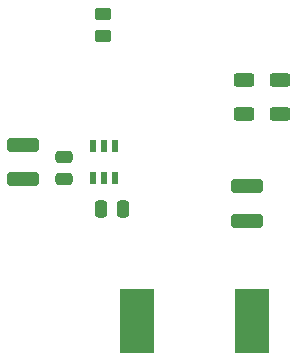
<source format=gtp>
G04 #@! TF.GenerationSoftware,KiCad,Pcbnew,9.0.4*
G04 #@! TF.CreationDate,2025-12-29T16:46:33-08:00*
G04 #@! TF.ProjectId,bikelight,62696b65-6c69-4676-9874-2e6b69636164,rev?*
G04 #@! TF.SameCoordinates,Original*
G04 #@! TF.FileFunction,Paste,Top*
G04 #@! TF.FilePolarity,Positive*
%FSLAX46Y46*%
G04 Gerber Fmt 4.6, Leading zero omitted, Abs format (unit mm)*
G04 Created by KiCad (PCBNEW 9.0.4) date 2025-12-29 16:46:33*
%MOMM*%
%LPD*%
G01*
G04 APERTURE LIST*
G04 Aperture macros list*
%AMRoundRect*
0 Rectangle with rounded corners*
0 $1 Rounding radius*
0 $2 $3 $4 $5 $6 $7 $8 $9 X,Y pos of 4 corners*
0 Add a 4 corners polygon primitive as box body*
4,1,4,$2,$3,$4,$5,$6,$7,$8,$9,$2,$3,0*
0 Add four circle primitives for the rounded corners*
1,1,$1+$1,$2,$3*
1,1,$1+$1,$4,$5*
1,1,$1+$1,$6,$7*
1,1,$1+$1,$8,$9*
0 Add four rect primitives between the rounded corners*
20,1,$1+$1,$2,$3,$4,$5,0*
20,1,$1+$1,$4,$5,$6,$7,0*
20,1,$1+$1,$6,$7,$8,$9,0*
20,1,$1+$1,$8,$9,$2,$3,0*%
G04 Aperture macros list end*
%ADD10R,0.599999X1.000000*%
%ADD11RoundRect,0.250000X0.450000X-0.262500X0.450000X0.262500X-0.450000X0.262500X-0.450000X-0.262500X0*%
%ADD12RoundRect,0.250000X0.625000X-0.312500X0.625000X0.312500X-0.625000X0.312500X-0.625000X-0.312500X0*%
%ADD13RoundRect,0.250000X1.100000X-0.325000X1.100000X0.325000X-1.100000X0.325000X-1.100000X-0.325000X0*%
%ADD14R,2.900000X5.400000*%
%ADD15RoundRect,0.250000X0.250000X0.475000X-0.250000X0.475000X-0.250000X-0.475000X0.250000X-0.475000X0*%
%ADD16RoundRect,0.250000X0.475000X-0.250000X0.475000X0.250000X-0.475000X0.250000X-0.475000X-0.250000X0*%
G04 APERTURE END LIST*
D10*
X109825002Y-72624999D03*
X108875001Y-72624999D03*
X107925003Y-72624999D03*
X107925003Y-75374999D03*
X108875001Y-75374999D03*
X109825002Y-75374999D03*
D11*
X108750000Y-63325000D03*
X108750000Y-61500000D03*
D12*
X120750000Y-69962500D03*
X120750000Y-67037500D03*
D13*
X102000000Y-75475000D03*
X102000000Y-72525000D03*
D14*
X121350000Y-87500000D03*
X111650000Y-87500000D03*
D15*
X110500000Y-78000000D03*
X108600000Y-78000000D03*
D16*
X105500000Y-75450000D03*
X105500000Y-73550000D03*
D12*
X123750000Y-69962500D03*
X123750000Y-67037500D03*
D13*
X121000000Y-78975000D03*
X121000000Y-76025000D03*
M02*

</source>
